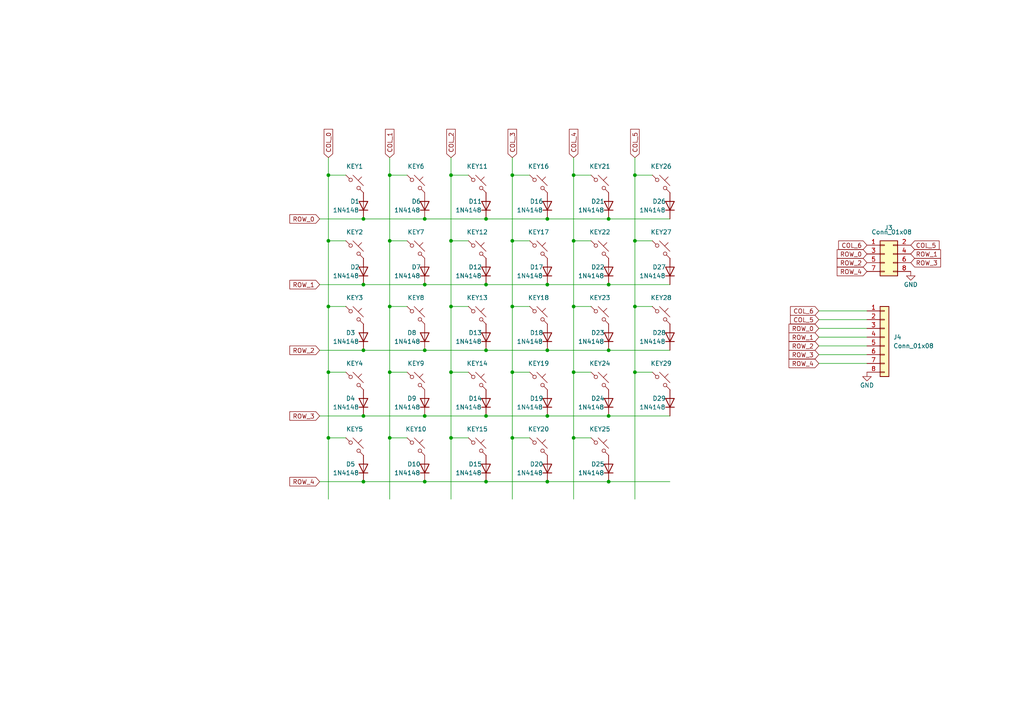
<source format=kicad_sch>
(kicad_sch (version 20211123) (generator eeschema)
  (paper "A4")
  (lib_symbols
    (symbol "Connector_Generic:Conn_01x08" (pin_names (offset 1.016) hide)
      (property "Reference" "J" (at 0 10.16 0))
      (property "Value" "Conn_01x08" (at 0 -12.7 0))
      (symbol "Conn_01x08_1_1"
        (rectangle (start -1.27 -10.033) (end 0 -10.287) (stroke (width 0.1524)))
        (rectangle (start -1.27 -7.493) (end 0 -7.747) (stroke (width 0.1524)))
        (rectangle (start -1.27 -4.953) (end 0 -5.207) (stroke (width 0.1524)))
        (rectangle (start -1.27 -2.413) (end 0 -2.667) (stroke (width 0.1524)))
        (rectangle (start -1.27 0.127) (end 0 -0.127) (stroke (width 0.1524)))
        (rectangle (start -1.27 2.667) (end 0 2.413) (stroke (width 0.1524)))
        (rectangle (start -1.27 5.207) (end 0 4.953) (stroke (width 0.1524)))
        (rectangle (start -1.27 7.747) (end 0 7.493) (stroke (width 0.1524)))
        (rectangle (start -1.27 8.89) (end 1.27 -11.43) (stroke (width 0.254)) (fill (type background)))
        (pin passive line (at -5.08 7.62 0) (length 3.81) (name "Pin_1") (number "1"))
        (pin passive line (at -5.08 5.08 0) (length 3.81) (name "Pin_2") (number "2"))
        (pin passive line (at -5.08 2.54 0) (length 3.81) (name "Pin_3") (number "3"))
        (pin passive line (at -5.08 0 0) (length 3.81) (name "Pin_4") (number "4"))
        (pin passive line (at -5.08 -2.54 0) (length 3.81) (name "Pin_5") (number "5"))
        (pin passive line (at -5.08 -5.08 0) (length 3.81) (name "Pin_6") (number "6"))
        (pin passive line (at -5.08 -7.62 0) (length 3.81) (name "Pin_7") (number "7"))
        (pin passive line (at -5.08 -10.16 0) (length 3.81) (name "Pin_8") (number "8"))
      )
    )
    (symbol "Connector_Generic:Conn_02x04_Odd_Even" (pin_names (offset 1.016) hide)
      (property "Reference" "J" (at 1.27 5.08 0))
      (property "Value" "Conn_02x04_Odd_Even" (at 1.27 -7.62 0))
      (symbol "Conn_02x04_Odd_Even_1_1"
        (rectangle (start -1.27 -4.953) (end 0 -5.207) (stroke (width 0.1524)))
        (rectangle (start -1.27 -2.413) (end 0 -2.667) (stroke (width 0.1524)))
        (rectangle (start -1.27 0.127) (end 0 -0.127) (stroke (width 0.1524)))
        (rectangle (start -1.27 2.667) (end 0 2.413) (stroke (width 0.1524)))
        (rectangle (start -1.27 3.81) (end 3.81 -6.35) (stroke (width 0.254)) (fill (type background)))
        (rectangle (start 3.81 -4.953) (end 2.54 -5.207) (stroke (width 0.1524)))
        (rectangle (start 3.81 -2.413) (end 2.54 -2.667) (stroke (width 0.1524)))
        (rectangle (start 3.81 0.127) (end 2.54 -0.127) (stroke (width 0.1524)))
        (rectangle (start 3.81 2.667) (end 2.54 2.413) (stroke (width 0.1524)))
        (pin passive line (at -5.08 2.54 0) (length 3.81) (name "Pin_1") (number "1"))
        (pin passive line (at 7.62 2.54 180) (length 3.81) (name "Pin_2") (number "2"))
        (pin passive line (at -5.08 0 0) (length 3.81) (name "Pin_3") (number "3"))
        (pin passive line (at 7.62 0 180) (length 3.81) (name "Pin_4") (number "4"))
        (pin passive line (at -5.08 -2.54 0) (length 3.81) (name "Pin_5") (number "5"))
        (pin passive line (at 7.62 -2.54 180) (length 3.81) (name "Pin_6") (number "6"))
        (pin passive line (at -5.08 -5.08 0) (length 3.81) (name "Pin_7") (number "7"))
        (pin passive line (at 7.62 -5.08 180) (length 3.81) (name "Pin_8") (number "8"))
      )
    )
    (symbol "Diode:1N4148" (pin_numbers hide) (pin_names (offset 1.016) hide)
      (property "Reference" "D" (at 0 2.54 0))
      (property "Value" "1N4148" (at 0 -2.54 0))
      (symbol "1N4148_0_1"
        (polyline (pts (xy -1.27 1.27) (xy -1.27 -1.27)) (stroke (width 0.254)))
        (polyline (pts (xy 1.27 0) (xy -1.27 0)))
        (polyline (pts (xy 1.27 1.27) (xy 1.27 -1.27) (xy -1.27 0) (xy 1.27 1.27)) (stroke (width 0.254)))
      )
      (symbol "1N4148_1_1"
        (pin passive line (at -3.81 0 0) (length 2.54) (name "K") (number "1"))
        (pin passive line (at 3.81 0 180) (length 2.54) (name "A") (number "2"))
      )
    )
    (symbol "Switch:SW_Push_45deg" (pin_numbers hide) (pin_names (offset 1.016) hide)
      (property "Reference" "SW" (at 3.048 1.016 0))
      (property "Value" "SW_Push_45deg" (at 0 -3.81 0))
      (symbol "SW_Push_45deg_0_1"
        (circle (center -1.1684 1.1684) (radius 0.508))
        (polyline (pts (xy -0.508 2.54) (xy 2.54 -0.508)))
        (polyline (pts (xy 1.016 1.016) (xy 2.032 2.032)))
        (polyline (pts (xy -2.54 2.54) (xy -1.524 1.524) (xy -1.524 1.524)))
        (polyline (pts (xy 1.524 -1.524) (xy 2.54 -2.54) (xy 2.54 -2.54) (xy 2.54 -2.54)))
        (circle (center 1.143 -1.1938) (radius 0.508))
        (pin passive line (at -2.54 2.54 0) (length 0) (name "1") (number "1"))
        (pin passive line (at 2.54 -2.54 180) (length 0) (name "2") (number "2"))
      )
    )
    (symbol "power:GND" (power) (pin_names (offset 0))
      (property "Value" "GND" (at 0 -3.81 0))
      (symbol "GND_0_1"
        (polyline (pts (xy 0 0) (xy 0 -1.27) (xy 1.27 -1.27) (xy 0 -2.54) (xy -1.27 -1.27) (xy 0 -1.27)))
      )
      (symbol "GND_1_1"
        (pin power_in line (at 0 0 270) (length 0) hide (name "GND") (number "1"))
      )
    )
  )
  (junction (at 105.41 82.55))
  (junction (at 148.59 107.95))
  (junction (at 130.81 107.95))
  (junction (at 123.19 63.5))
  (junction (at 123.19 139.7))
  (junction (at 95.25 107.95))
  (junction (at 140.97 101.6))
  (junction (at 130.81 127))
  (junction (at 113.03 88.9))
  (junction (at 123.19 101.6))
  (junction (at 158.75 63.5))
  (junction (at 105.41 139.7))
  (junction (at 113.03 127))
  (junction (at 158.75 82.55))
  (junction (at 140.97 139.7))
  (junction (at 148.59 50.8))
  (junction (at 166.37 127))
  (junction (at 105.41 63.5))
  (junction (at 184.15 107.95))
  (junction (at 176.53 120.65))
  (junction (at 123.19 120.65))
  (junction (at 166.37 88.9))
  (junction (at 184.15 50.8))
  (junction (at 105.41 120.65))
  (junction (at 105.41 101.6))
  (junction (at 184.15 88.9))
  (junction (at 113.03 107.95))
  (junction (at 95.25 88.9))
  (junction (at 140.97 120.65))
  (junction (at 176.53 139.7))
  (junction (at 113.03 69.85))
  (junction (at 158.75 120.65))
  (junction (at 158.75 139.7))
  (junction (at 113.03 50.8))
  (junction (at 158.75 101.6))
  (junction (at 130.81 69.85))
  (junction (at 148.59 69.85))
  (junction (at 95.25 50.8))
  (junction (at 176.53 101.6))
  (junction (at 176.53 63.5))
  (junction (at 140.97 63.5))
  (junction (at 148.59 127))
  (junction (at 166.37 50.8))
  (junction (at 95.25 69.85))
  (junction (at 140.97 82.55))
  (junction (at 148.59 88.9))
  (junction (at 130.81 88.9))
  (junction (at 176.53 82.55))
  (junction (at 184.15 69.85))
  (junction (at 123.19 82.55))
  (junction (at 166.37 107.95))
  (junction (at 166.37 69.85))
  (junction (at 130.81 50.8))
  (junction (at 95.25 127))
  (wire (pts (xy 166.37 50.8) (xy 166.37 69.85)))
  (wire (pts (xy 140.97 82.55) (xy 158.75 82.55)))
  (wire (pts (xy 113.03 69.85) (xy 118.11 69.85)))
  (wire (pts (xy 148.59 107.95) (xy 153.67 107.95)))
  (wire (pts (xy 130.81 69.85) (xy 130.81 88.9)))
  (wire (pts (xy 95.25 107.95) (xy 100.33 107.95)))
  (wire (pts (xy 166.37 50.8) (xy 171.45 50.8)))
  (wire (pts (xy 95.25 45.72) (xy 95.25 50.8)))
  (wire (pts (xy 176.53 82.55) (xy 194.31 82.55)))
  (wire (pts (xy 148.59 127) (xy 148.59 144.78)))
  (wire (pts (xy 130.81 127) (xy 135.89 127)))
  (wire (pts (xy 148.59 45.72) (xy 148.59 50.8)))
  (wire (pts (xy 95.25 69.85) (xy 100.33 69.85)))
  (wire (pts (xy 130.81 107.95) (xy 130.81 127)))
  (wire (pts (xy 184.15 69.85) (xy 189.23 69.85)))
  (wire (pts (xy 123.19 63.5) (xy 140.97 63.5)))
  (wire (pts (xy 184.15 107.95) (xy 184.15 144.78)))
  (wire (pts (xy 113.03 107.95) (xy 118.11 107.95)))
  (wire (pts (xy 176.53 63.5) (xy 194.31 63.5)))
  (wire (pts (xy 113.03 50.8) (xy 118.11 50.8)))
  (wire (pts (xy 105.41 120.65) (xy 123.19 120.65)))
  (wire (pts (xy 237.49 90.17) (xy 251.46 90.17)))
  (wire (pts (xy 92.71 82.55) (xy 105.41 82.55)))
  (wire (pts (xy 130.81 107.95) (xy 135.89 107.95)))
  (wire (pts (xy 92.71 101.6) (xy 105.41 101.6)))
  (wire (pts (xy 130.81 69.85) (xy 135.89 69.85)))
  (wire (pts (xy 95.25 50.8) (xy 100.33 50.8)))
  (wire (pts (xy 92.71 139.7) (xy 105.41 139.7)))
  (wire (pts (xy 148.59 50.8) (xy 153.67 50.8)))
  (wire (pts (xy 237.49 105.41) (xy 251.46 105.41)))
  (wire (pts (xy 95.25 88.9) (xy 95.25 107.95)))
  (wire (pts (xy 140.97 63.5) (xy 158.75 63.5)))
  (wire (pts (xy 166.37 88.9) (xy 166.37 107.95)))
  (wire (pts (xy 105.41 63.5) (xy 123.19 63.5)))
  (wire (pts (xy 123.19 120.65) (xy 140.97 120.65)))
  (wire (pts (xy 237.49 102.87) (xy 251.46 102.87)))
  (wire (pts (xy 130.81 127) (xy 130.81 144.78)))
  (wire (pts (xy 237.49 92.71) (xy 251.46 92.71)))
  (wire (pts (xy 148.59 69.85) (xy 148.59 88.9)))
  (wire (pts (xy 123.19 139.7) (xy 140.97 139.7)))
  (wire (pts (xy 130.81 88.9) (xy 130.81 107.95)))
  (wire (pts (xy 95.25 127) (xy 95.25 144.78)))
  (wire (pts (xy 92.71 120.65) (xy 105.41 120.65)))
  (wire (pts (xy 113.03 127) (xy 113.03 144.78)))
  (wire (pts (xy 140.97 101.6) (xy 158.75 101.6)))
  (wire (pts (xy 123.19 101.6) (xy 140.97 101.6)))
  (wire (pts (xy 148.59 127) (xy 153.67 127)))
  (wire (pts (xy 237.49 95.25) (xy 251.46 95.25)))
  (wire (pts (xy 148.59 50.8) (xy 148.59 69.85)))
  (wire (pts (xy 184.15 88.9) (xy 189.23 88.9)))
  (wire (pts (xy 130.81 50.8) (xy 130.81 69.85)))
  (wire (pts (xy 95.25 127) (xy 100.33 127)))
  (wire (pts (xy 237.49 100.33) (xy 251.46 100.33)))
  (wire (pts (xy 105.41 101.6) (xy 123.19 101.6)))
  (wire (pts (xy 176.53 101.6) (xy 194.31 101.6)))
  (wire (pts (xy 130.81 50.8) (xy 135.89 50.8)))
  (wire (pts (xy 176.53 139.7) (xy 194.31 139.7)))
  (wire (pts (xy 105.41 82.55) (xy 123.19 82.55)))
  (wire (pts (xy 140.97 139.7) (xy 158.75 139.7)))
  (wire (pts (xy 113.03 88.9) (xy 113.03 107.95)))
  (wire (pts (xy 158.75 63.5) (xy 176.53 63.5)))
  (wire (pts (xy 176.53 120.65) (xy 194.31 120.65)))
  (wire (pts (xy 95.25 50.8) (xy 95.25 69.85)))
  (wire (pts (xy 158.75 82.55) (xy 176.53 82.55)))
  (wire (pts (xy 158.75 120.65) (xy 176.53 120.65)))
  (wire (pts (xy 184.15 88.9) (xy 184.15 107.95)))
  (wire (pts (xy 166.37 107.95) (xy 166.37 127)))
  (wire (pts (xy 166.37 88.9) (xy 171.45 88.9)))
  (wire (pts (xy 148.59 88.9) (xy 148.59 107.95)))
  (wire (pts (xy 130.81 88.9) (xy 135.89 88.9)))
  (wire (pts (xy 184.15 50.8) (xy 184.15 69.85)))
  (wire (pts (xy 140.97 120.65) (xy 158.75 120.65)))
  (wire (pts (xy 158.75 101.6) (xy 176.53 101.6)))
  (wire (pts (xy 105.41 139.7) (xy 123.19 139.7)))
  (wire (pts (xy 184.15 107.95) (xy 189.23 107.95)))
  (wire (pts (xy 113.03 107.95) (xy 113.03 127)))
  (wire (pts (xy 148.59 107.95) (xy 148.59 127)))
  (wire (pts (xy 123.19 82.55) (xy 140.97 82.55)))
  (wire (pts (xy 148.59 69.85) (xy 153.67 69.85)))
  (wire (pts (xy 113.03 127) (xy 118.11 127)))
  (wire (pts (xy 95.25 88.9) (xy 100.33 88.9)))
  (wire (pts (xy 166.37 69.85) (xy 171.45 69.85)))
  (wire (pts (xy 184.15 50.8) (xy 189.23 50.8)))
  (wire (pts (xy 166.37 127) (xy 171.45 127)))
  (wire (pts (xy 92.71 63.5) (xy 105.41 63.5)))
  (wire (pts (xy 113.03 50.8) (xy 113.03 69.85)))
  (wire (pts (xy 113.03 69.85) (xy 113.03 88.9)))
  (wire (pts (xy 148.59 88.9) (xy 153.67 88.9)))
  (wire (pts (xy 184.15 45.72) (xy 184.15 50.8)))
  (wire (pts (xy 184.15 69.85) (xy 184.15 88.9)))
  (wire (pts (xy 166.37 45.72) (xy 166.37 50.8)))
  (wire (pts (xy 158.75 139.7) (xy 176.53 139.7)))
  (wire (pts (xy 95.25 69.85) (xy 95.25 88.9)))
  (wire (pts (xy 95.25 107.95) (xy 95.25 127)))
  (wire (pts (xy 166.37 69.85) (xy 166.37 88.9)))
  (wire (pts (xy 166.37 127) (xy 166.37 144.78)))
  (wire (pts (xy 113.03 45.72) (xy 113.03 50.8)))
  (wire (pts (xy 113.03 88.9) (xy 118.11 88.9)))
  (wire (pts (xy 166.37 107.95) (xy 171.45 107.95)))
  (wire (pts (xy 130.81 45.72) (xy 130.81 50.8)))
  (wire (pts (xy 237.49 97.79) (xy 251.46 97.79)))
  (global_label "ROW_4" (shape input) (at 92.71 139.7 180) (property "Intersheet References" "${INTERSHEET_REFS}" (effects hide)))
  (global_label "ROW_3" (shape input) (at 264.16 76.2 0) (property "Intersheet References" "${INTERSHEET_REFS}" (effects hide)))
  (global_label "ROW_4" (shape input) (at 251.46 78.74 180) (property "Intersheet References" "${INTERSHEET_REFS}" (effects hide)))
  (global_label "COL_6" (shape input) (at 251.46 71.12 180) (property "Intersheet References" "${INTERSHEET_REFS}" (effects hide)))
  (global_label "ROW_0" (shape input) (at 251.46 73.66 180) (property "Intersheet References" "${INTERSHEET_REFS}" (effects hide)))
  (global_label "ROW_2" (shape input) (at 251.46 76.2 180) (property "Intersheet References" "${INTERSHEET_REFS}" (effects hide)))
  (global_label "ROW_2" (shape input) (at 237.49 100.33 180) (property "Intersheet References" "${INTERSHEET_REFS}" (effects hide)))
  (global_label "ROW_3" (shape input) (at 92.71 120.65 180) (property "Intersheet References" "${INTERSHEET_REFS}" (effects hide)))
  (global_label "COL_1" (shape input) (at 113.03 45.72 90) (property "Intersheet References" "${INTERSHEET_REFS}" (effects hide)))
  (global_label "COL_3" (shape input) (at 148.59 45.72 90) (property "Intersheet References" "${INTERSHEET_REFS}" (effects hide)))
  (global_label "ROW_0" (shape input) (at 92.71 63.5 180) (property "Intersheet References" "${INTERSHEET_REFS}" (effects hide)))
  (global_label "COL_4" (shape input) (at 166.37 45.72 90) (property "Intersheet References" "${INTERSHEET_REFS}" (effects hide)))
  (global_label "COL_5" (shape input) (at 264.16 71.12 0) (property "Intersheet References" "${INTERSHEET_REFS}" (effects hide)))
  (global_label "ROW_1" (shape input) (at 92.71 82.55 180) (property "Intersheet References" "${INTERSHEET_REFS}" (effects hide)))
  (global_label "COL_5" (shape input) (at 237.49 92.71 180) (property "Intersheet References" "${INTERSHEET_REFS}" (effects hide)))
  (global_label "COL_0" (shape input) (at 95.25 45.72 90) (property "Intersheet References" "${INTERSHEET_REFS}" (effects hide)))
  (global_label "COL_6" (shape input) (at 237.49 90.17 180) (property "Intersheet References" "${INTERSHEET_REFS}" (effects hide)))
  (global_label "ROW_3" (shape input) (at 237.49 102.87 180) (property "Intersheet References" "${INTERSHEET_REFS}" (effects hide)))
  (global_label "ROW_1" (shape input) (at 237.49 97.79 180) (property "Intersheet References" "${INTERSHEET_REFS}" (effects hide)))
  (global_label "COL_2" (shape input) (at 130.81 45.72 90) (property "Intersheet References" "${INTERSHEET_REFS}" (effects hide)))
  (global_label "COL_5" (shape input) (at 184.15 45.72 90) (property "Intersheet References" "${INTERSHEET_REFS}" (effects hide)))
  (global_label "ROW_0" (shape input) (at 237.49 95.25 180) (property "Intersheet References" "${INTERSHEET_REFS}" (effects hide)))
  (global_label "ROW_2" (shape input) (at 92.71 101.6 180) (property "Intersheet References" "${INTERSHEET_REFS}" (effects hide)))
  (global_label "ROW_1" (shape input) (at 264.16 73.66 0) (property "Intersheet References" "${INTERSHEET_REFS}" (effects hide)))
  (global_label "ROW_4" (shape input) (at 237.49 105.41 180) (property "Intersheet References" "${INTERSHEET_REFS}" (effects hide)))
  (symbol (lib_id "Diode:1N4148") (at 158.75 59.69 90) (unit 1)
    (property "Reference" "D16" (at 153.67 58.42 90) (effects (justify right)))
    (property "Value" "1N4148" (at 149.86 60.96 90) (effects (justify right)))
    (property "Footprint" "Diode_SMD:D_SOD-123" (effects hide))
    (property "Datasheet" "https://assets.nexperia.com/documents/data-sheet/1N4148_1N4448.pdf" (effects hide))
  )
  (symbol (lib_id "Diode:1N4148") (at 158.75 116.84 90) (unit 1)
    (property "Reference" "D19" (at 153.67 115.57 90) (effects (justify right)))
    (property "Value" "1N4148" (at 149.86 118.11 90) (effects (justify right)))
    (property "Footprint" "Diode_SMD:D_SOD-123" (effects hide))
    (property "Datasheet" "https://assets.nexperia.com/documents/data-sheet/1N4148_1N4448.pdf" (effects hide))
  )
  (symbol (lib_id "Switch:SW_Push_45deg") (at 191.77 91.44 0) (unit 1)
    (property "Reference" "KEY28" (at 191.77 86.36 0))
    (property "Value" "SW_Push_45deg" (effects hide))
    (property "Footprint" "key-switches:MX_switch_PTH_hotswap_A" (effects hide))
  )
  (symbol (lib_id "Diode:1N4148") (at 194.31 116.84 90) (unit 1)
    (property "Reference" "D29" (at 189.23 115.57 90) (effects (justify right)))
    (property "Value" "1N4148" (at 185.42 118.11 90) (effects (justify right)))
    (property "Footprint" "Diode_SMD:D_SOD-123" (effects hide))
    (property "Datasheet" "https://assets.nexperia.com/documents/data-sheet/1N4148_1N4448.pdf" (effects hide))
  )
  (symbol (lib_id "Switch:SW_Push_45deg") (at 102.87 129.54 0) (unit 1)
    (property "Reference" "KEY5" (at 102.87 124.46 0))
    (property "Value" "SW_Push_45deg" (effects hide))
    (property "Footprint" "key-switches:MX_switch_PTH_hotswap_A" (effects hide))
  )
  (symbol (lib_id "Switch:SW_Push_45deg") (at 156.21 91.44 0) (unit 1)
    (property "Reference" "KEY18" (at 156.21 86.36 0))
    (property "Value" "SW_Push_45deg" (effects hide))
    (property "Footprint" "key-switches:MX_switch_PTH_hotswap_A" (effects hide))
  )
  (symbol (lib_id "Diode:1N4148") (at 140.97 97.79 90) (unit 1)
    (property "Reference" "D13" (at 135.89 96.52 90) (effects (justify right)))
    (property "Value" "1N4148" (at 132.08 99.06 90) (effects (justify right)))
    (property "Footprint" "Diode_SMD:D_SOD-123" (effects hide))
    (property "Datasheet" "https://assets.nexperia.com/documents/data-sheet/1N4148_1N4448.pdf" (effects hide))
  )
  (symbol (lib_id "Switch:SW_Push_45deg") (at 173.99 110.49 0) (unit 1)
    (property "Reference" "KEY24" (at 173.99 105.41 0))
    (property "Value" "SW_Push_45deg" (effects hide))
    (property "Footprint" "key-switches:MX_switch_PTH_hotswap_A" (effects hide))
  )
  (symbol (lib_id "Diode:1N4148") (at 158.75 97.79 90) (unit 1)
    (property "Reference" "D18" (at 153.67 96.52 90) (effects (justify right)))
    (property "Value" "1N4148" (at 149.86 99.06 90) (effects (justify right)))
    (property "Footprint" "Diode_SMD:D_SOD-123" (effects hide))
    (property "Datasheet" "https://assets.nexperia.com/documents/data-sheet/1N4148_1N4448.pdf" (effects hide))
  )
  (symbol (lib_id "Switch:SW_Push_45deg") (at 138.43 110.49 0) (unit 1)
    (property "Reference" "KEY14" (at 138.43 105.41 0))
    (property "Value" "SW_Push_45deg" (effects hide))
    (property "Footprint" "key-switches:MX_switch_PTH_hotswap_A" (effects hide))
  )
  (symbol (lib_id "Switch:SW_Push_45deg") (at 102.87 91.44 0) (unit 1)
    (property "Reference" "KEY3" (at 102.87 86.36 0))
    (property "Value" "SW_Push_45deg" (effects hide))
    (property "Footprint" "key-switches:MX_switch_PTH_hotswap_A" (effects hide))
  )
  (symbol (lib_id "Diode:1N4148") (at 176.53 116.84 90) (unit 1)
    (property "Reference" "D24" (at 171.45 115.57 90) (effects (justify right)))
    (property "Value" "1N4148" (at 167.64 118.11 90) (effects (justify right)))
    (property "Footprint" "Diode_SMD:D_SOD-123" (effects hide))
    (property "Datasheet" "https://assets.nexperia.com/documents/data-sheet/1N4148_1N4448.pdf" (effects hide))
  )
  (symbol (lib_id "Diode:1N4148") (at 158.75 78.74 90) (unit 1)
    (property "Reference" "D17" (at 153.67 77.47 90) (effects (justify right)))
    (property "Value" "1N4148" (at 149.86 80.01 90) (effects (justify right)))
    (property "Footprint" "Diode_SMD:D_SOD-123" (effects hide))
    (property "Datasheet" "https://assets.nexperia.com/documents/data-sheet/1N4148_1N4448.pdf" (effects hide))
  )
  (symbol (lib_id "Switch:SW_Push_45deg") (at 138.43 129.54 0) (unit 1)
    (property "Reference" "KEY15" (at 138.43 124.46 0))
    (property "Value" "SW_Push_45deg" (effects hide))
    (property "Footprint" "key-switches:MX_switch_PTH_hotswap_A" (effects hide))
  )
  (symbol (lib_id "Switch:SW_Push_45deg") (at 138.43 72.39 0) (unit 1)
    (property "Reference" "KEY12" (at 138.43 67.31 0))
    (property "Value" "SW_Push_45deg" (effects hide))
    (property "Footprint" "key-switches:MX_switch_PTH_hotswap_A" (effects hide))
  )
  (symbol (lib_id "Diode:1N4148") (at 140.97 59.69 90) (unit 1)
    (property "Reference" "D11" (at 135.89 58.42 90) (effects (justify right)))
    (property "Value" "1N4148" (at 132.08 60.96 90) (effects (justify right)))
    (property "Footprint" "Diode_SMD:D_SOD-123" (effects hide))
    (property "Datasheet" "https://assets.nexperia.com/documents/data-sheet/1N4148_1N4448.pdf" (effects hide))
  )
  (symbol (lib_id "Diode:1N4148") (at 105.41 135.89 90) (unit 1)
    (property "Reference" "D5" (at 100.33 134.62 90) (effects (justify right)))
    (property "Value" "1N4148" (at 96.52 137.16 90) (effects (justify right)))
    (property "Footprint" "Diode_SMD:D_SOD-123" (effects hide))
    (property "Datasheet" "https://assets.nexperia.com/documents/data-sheet/1N4148_1N4448.pdf" (effects hide))
  )
  (symbol (lib_id "Diode:1N4148") (at 194.31 59.69 90) (unit 1)
    (property "Reference" "D26" (at 189.23 58.42 90) (effects (justify right)))
    (property "Value" "1N4148" (at 185.42 60.96 90) (effects (justify right)))
    (property "Footprint" "Diode_SMD:D_SOD-123" (effects hide))
    (property "Datasheet" "https://assets.nexperia.com/documents/data-sheet/1N4148_1N4448.pdf" (effects hide))
  )
  (symbol (lib_id "Switch:SW_Push_45deg") (at 102.87 110.49 0) (unit 1)
    (property "Reference" "KEY4" (at 102.87 105.41 0))
    (property "Value" "SW_Push_45deg" (effects hide))
    (property "Footprint" "key-switches:MX_switch_PTH_hotswap_A" (effects hide))
  )
  (symbol (lib_id "Diode:1N4148") (at 176.53 59.69 90) (unit 1)
    (property "Reference" "D21" (at 171.45 58.42 90) (effects (justify right)))
    (property "Value" "1N4148" (at 167.64 60.96 90) (effects (justify right)))
    (property "Footprint" "Diode_SMD:D_SOD-123" (effects hide))
    (property "Datasheet" "https://assets.nexperia.com/documents/data-sheet/1N4148_1N4448.pdf" (effects hide))
  )
  (symbol (lib_id "Switch:SW_Push_45deg") (at 156.21 110.49 0) (unit 1)
    (property "Reference" "KEY19" (at 156.21 105.41 0))
    (property "Value" "SW_Push_45deg" (effects hide))
    (property "Footprint" "key-switches:MX_switch_PTH_hotswap_A" (effects hide))
  )
  (symbol (lib_id "Diode:1N4148") (at 105.41 97.79 90) (unit 1)
    (property "Reference" "D3" (at 100.33 96.52 90) (effects (justify right)))
    (property "Value" "1N4148" (at 96.52 99.06 90) (effects (justify right)))
    (property "Footprint" "Diode_SMD:D_SOD-123" (effects hide))
    (property "Datasheet" "https://assets.nexperia.com/documents/data-sheet/1N4148_1N4448.pdf" (effects hide))
  )
  (symbol (lib_id "Switch:SW_Push_45deg") (at 138.43 53.34 0) (unit 1)
    (property "Reference" "KEY11" (at 138.43 48.26 0))
    (property "Value" "SW_Push_45deg" (effects hide))
    (property "Footprint" "key-switches:MX_switch_PTH_hotswap_A" (effects hide))
  )
  (symbol (lib_id "power:GND") (at 251.46 107.95 0) (unit 1)
    (property "Reference" "#PWR035" (effects hide))
    (property "Value" "GND" (at 251.46 111.76 0))
  )
  (symbol (lib_id "Diode:1N4148") (at 105.41 78.74 90) (unit 1)
    (property "Reference" "D2" (at 101.6 77.47 90) (effects (justify right)))
    (property "Value" "1N4148" (at 96.52 80.01 90) (effects (justify right)))
    (property "Footprint" "Diode_SMD:D_SOD-123" (effects hide))
    (property "Datasheet" "https://assets.nexperia.com/documents/data-sheet/1N4148_1N4448.pdf" (effects hide))
  )
  (symbol (lib_id "Diode:1N4148") (at 140.97 135.89 90) (unit 1)
    (property "Reference" "D15" (at 135.89 134.62 90) (effects (justify right)))
    (property "Value" "1N4148" (at 132.08 137.16 90) (effects (justify right)))
    (property "Footprint" "Diode_SMD:D_SOD-123" (effects hide))
    (property "Datasheet" "https://assets.nexperia.com/documents/data-sheet/1N4148_1N4448.pdf" (effects hide))
  )
  (symbol (lib_id "Switch:SW_Push_45deg") (at 173.99 129.54 0) (unit 1)
    (property "Reference" "KEY25" (at 173.99 124.46 0))
    (property "Value" "SW_Push_45deg" (effects hide))
    (property "Footprint" "key-switches:MX_switch_PTH_hotswap_A" (effects hide))
  )
  (symbol (lib_id "Switch:SW_Push_45deg") (at 173.99 72.39 0) (unit 1)
    (property "Reference" "KEY22" (at 173.99 67.31 0))
    (property "Value" "SW_Push_45deg" (effects hide))
    (property "Footprint" "key-switches:MX_switch_PTH_hotswap_A" (effects hide))
  )
  (symbol (lib_id "Diode:1N4148") (at 123.19 59.69 90) (unit 1)
    (property "Reference" "D6" (at 119.38 58.42 90) (effects (justify right)))
    (property "Value" "1N4148" (at 114.3 60.96 90) (effects (justify right)))
    (property "Footprint" "Diode_SMD:D_SOD-123" (effects hide))
    (property "Datasheet" "https://assets.nexperia.com/documents/data-sheet/1N4148_1N4448.pdf" (effects hide))
  )
  (symbol (lib_id "Switch:SW_Push_45deg") (at 138.43 91.44 0) (unit 1)
    (property "Reference" "KEY13" (at 138.43 86.36 0))
    (property "Value" "SW_Push_45deg" (effects hide))
    (property "Footprint" "key-switches:MX_switch_PTH_hotswap_A" (effects hide))
  )
  (symbol (lib_id "Connector_Generic:Conn_02x04_Odd_Even") (at 256.54 73.66 0) (unit 1)
    (property "Reference" "J3" (at 256.54 66.04 0) (effects (justify left)))
    (property "Value" "Conn_01x08" (at 252.73 67.31 0) (effects (justify left)))
    (property "Footprint" "Connector_PinSocket_2.00mm:PinSocket_2x04_P2.00mm_Vertical" (effects hide))
  )
  (symbol (lib_id "Diode:1N4148") (at 194.31 97.79 90) (unit 1)
    (property "Reference" "D28" (at 189.23 96.52 90) (effects (justify right)))
    (property "Value" "1N4148" (at 185.42 99.06 90) (effects (justify right)))
    (property "Footprint" "Diode_SMD:D_SOD-123" (effects hide))
    (property "Datasheet" "https://assets.nexperia.com/documents/data-sheet/1N4148_1N4448.pdf" (effects hide))
  )
  (symbol (lib_id "Connector_Generic:Conn_01x08") (at 256.54 97.79 0) (unit 1)
    (property "Reference" "J4" (at 259.08 97.7899 0) (effects (justify left)))
    (property "Value" "Conn_01x08" (at 259.08 100.3299 0) (effects (justify left)))
    (property "Footprint" "ErgoSNM_Keyboard:FPC_8P_1.0mm" (effects hide))
  )
  (symbol (lib_id "Diode:1N4148") (at 123.19 97.79 90) (unit 1)
    (property "Reference" "D8" (at 118.11 96.52 90) (effects (justify right)))
    (property "Value" "1N4148" (at 114.3 99.06 90) (effects (justify right)))
    (property "Footprint" "Diode_SMD:D_SOD-123" (effects hide))
    (property "Datasheet" "https://assets.nexperia.com/documents/data-sheet/1N4148_1N4448.pdf" (effects hide))
  )
  (symbol (lib_id "Switch:SW_Push_45deg") (at 102.87 72.39 0) (unit 1)
    (property "Reference" "KEY2" (at 102.87 67.31 0))
    (property "Value" "SW_Push_45deg" (effects hide))
    (property "Footprint" "key-switches:MX_switch_PTH_hotswap_A" (effects hide))
  )
  (symbol (lib_id "Switch:SW_Push_45deg") (at 156.21 53.34 0) (unit 1)
    (property "Reference" "KEY16" (at 156.21 48.26 0))
    (property "Value" "SW_Push_45deg" (effects hide))
    (property "Footprint" "key-switches:MX_switch_PTH_hotswap_A" (effects hide))
  )
  (symbol (lib_id "Diode:1N4148") (at 158.75 135.89 90) (unit 1)
    (property "Reference" "D20" (at 153.67 134.62 90) (effects (justify right)))
    (property "Value" "1N4148" (at 149.86 137.16 90) (effects (justify right)))
    (property "Footprint" "Diode_SMD:D_SOD-123" (effects hide))
    (property "Datasheet" "https://assets.nexperia.com/documents/data-sheet/1N4148_1N4448.pdf" (effects hide))
  )
  (symbol (lib_id "Diode:1N4148") (at 123.19 78.74 90) (unit 1)
    (property "Reference" "D7" (at 119.38 77.47 90) (effects (justify right)))
    (property "Value" "1N4148" (at 114.3 80.01 90) (effects (justify right)))
    (property "Footprint" "Diode_SMD:D_SOD-123" (effects hide))
    (property "Datasheet" "https://assets.nexperia.com/documents/data-sheet/1N4148_1N4448.pdf" (effects hide))
  )
  (symbol (lib_id "Switch:SW_Push_45deg") (at 120.65 91.44 0) (unit 1)
    (property "Reference" "KEY8" (at 120.65 86.36 0))
    (property "Value" "SW_Push_45deg" (effects hide))
    (property "Footprint" "key-switches:MX_switch_PTH_hotswap_A" (effects hide))
  )
  (symbol (lib_id "Switch:SW_Push_45deg") (at 191.77 110.49 0) (unit 1)
    (property "Reference" "KEY29" (at 191.77 105.41 0))
    (property "Value" "SW_Push_45deg" (effects hide))
    (property "Footprint" "key-switches:MX_switch_PTH_hotswap_A" (effects hide))
  )
  (symbol (lib_id "Switch:SW_Push_45deg") (at 191.77 72.39 0) (unit 1)
    (property "Reference" "KEY27" (at 191.77 67.31 0))
    (property "Value" "SW_Push_45deg" (effects hide))
    (property "Footprint" "key-switches:MX_switch_PTH_hotswap_A" (effects hide))
  )
  (symbol (lib_id "Switch:SW_Push_45deg") (at 102.87 53.34 0) (unit 1)
    (property "Reference" "KEY1" (at 102.87 48.26 0))
    (property "Value" "SW_Push_45deg" (effects hide))
    (property "Footprint" "key-switches:MX_switch_PTH_hotswap_A" (effects hide))
  )
  (symbol (lib_id "power:GND") (at 264.16 78.74 0) (unit 1)
    (property "Reference" "#PWR036" (effects hide))
    (property "Value" "GND" (at 264.16 82.55 0))
  )
  (symbol (lib_id "Diode:1N4148") (at 140.97 78.74 90) (unit 1)
    (property "Reference" "D12" (at 135.89 77.47 90) (effects (justify right)))
    (property "Value" "1N4148" (at 132.08 80.01 90) (effects (justify right)))
    (property "Footprint" "Diode_SMD:D_SOD-123" (effects hide))
    (property "Datasheet" "https://assets.nexperia.com/documents/data-sheet/1N4148_1N4448.pdf" (effects hide))
  )
  (symbol (lib_id "Diode:1N4148") (at 194.31 78.74 90) (unit 1)
    (property "Reference" "D27" (at 189.23 77.47 90) (effects (justify right)))
    (property "Value" "1N4148" (at 185.42 80.01 90) (effects (justify right)))
    (property "Footprint" "Diode_SMD:D_SOD-123" (effects hide))
    (property "Datasheet" "https://assets.nexperia.com/documents/data-sheet/1N4148_1N4448.pdf" (effects hide))
  )
  (symbol (lib_id "Diode:1N4148") (at 176.53 135.89 90) (unit 1)
    (property "Reference" "D25" (at 171.45 134.62 90) (effects (justify right)))
    (property "Value" "1N4148" (at 167.64 137.16 90) (effects (justify right)))
    (property "Footprint" "Diode_SMD:D_SOD-123" (effects hide))
    (property "Datasheet" "https://assets.nexperia.com/documents/data-sheet/1N4148_1N4448.pdf" (effects hide))
  )
  (symbol (lib_id "Diode:1N4148") (at 176.53 97.79 90) (unit 1)
    (property "Reference" "D23" (at 171.45 96.52 90) (effects (justify right)))
    (property "Value" "1N4148" (at 167.64 99.06 90) (effects (justify right)))
    (property "Footprint" "Diode_SMD:D_SOD-123" (effects hide))
    (property "Datasheet" "https://assets.nexperia.com/documents/data-sheet/1N4148_1N4448.pdf" (effects hide))
  )
  (symbol (lib_id "Switch:SW_Push_45deg") (at 156.21 72.39 0) (unit 1)
    (property "Reference" "KEY17" (at 156.21 67.31 0))
    (property "Value" "SW_Push_45deg" (effects hide))
    (property "Footprint" "key-switches:MX_switch_PTH_hotswap_A" (effects hide))
  )
  (symbol (lib_id "Switch:SW_Push_45deg") (at 120.65 72.39 0) (unit 1)
    (property "Reference" "KEY7" (at 120.65 67.31 0))
    (property "Value" "SW_Push_45deg" (effects hide))
    (property "Footprint" "key-switches:MX_switch_PTH_hotswap_A" (effects hide))
  )
  (symbol (lib_id "Switch:SW_Push_45deg") (at 173.99 91.44 0) (unit 1)
    (property "Reference" "KEY23" (at 173.99 86.36 0))
    (property "Value" "SW_Push_45deg" (effects hide))
    (property "Footprint" "key-switches:MX_switch_PTH_hotswap_A" (effects hide))
  )
  (symbol (lib_id "Diode:1N4148") (at 105.41 116.84 90) (unit 1)
    (property "Reference" "D4" (at 100.33 115.57 90) (effects (justify right)))
    (property "Value" "1N4148" (at 96.52 118.11 90) (effects (justify right)))
    (property "Footprint" "Diode_SMD:D_SOD-123" (effects hide))
    (property "Datasheet" "https://assets.nexperia.com/documents/data-sheet/1N4148_1N4448.pdf" (effects hide))
  )
  (symbol (lib_id "Switch:SW_Push_45deg") (at 120.65 110.49 0) (unit 1)
    (property "Reference" "KEY9" (at 120.65 105.41 0))
    (property "Value" "SW_Push_45deg" (effects hide))
    (property "Footprint" "key-switches:MX_switch_PTH_hotswap_A" (effects hide))
  )
  (symbol (lib_id "Diode:1N4148") (at 123.19 135.89 90) (unit 1)
    (property "Reference" "D10" (at 118.11 134.62 90) (effects (justify right)))
    (property "Value" "1N4148" (at 114.3 137.16 90) (effects (justify right)))
    (property "Footprint" "Diode_SMD:D_SOD-123" (effects hide))
    (property "Datasheet" "https://assets.nexperia.com/documents/data-sheet/1N4148_1N4448.pdf" (effects hide))
  )
  (symbol (lib_id "Diode:1N4148") (at 176.53 78.74 90) (unit 1)
    (property "Reference" "D22" (at 171.45 77.47 90) (effects (justify right)))
    (property "Value" "1N4148" (at 167.64 80.01 90) (effects (justify right)))
    (property "Footprint" "Diode_SMD:D_SOD-123" (effects hide))
    (property "Datasheet" "https://assets.nexperia.com/documents/data-sheet/1N4148_1N4448.pdf" (effects hide))
  )
  (symbol (lib_id "Diode:1N4148") (at 123.19 116.84 90) (unit 1)
    (property "Reference" "D9" (at 118.11 115.57 90) (effects (justify right)))
    (property "Value" "1N4148" (at 114.3 118.11 90) (effects (justify right)))
    (property "Footprint" "Diode_SMD:D_SOD-123" (effects hide))
    (property "Datasheet" "https://assets.nexperia.com/documents/data-sheet/1N4148_1N4448.pdf" (effects hide))
  )
  (symbol (lib_id "Switch:SW_Push_45deg") (at 156.21 129.54 0) (unit 1)
    (property "Reference" "KEY20" (at 156.21 124.46 0))
    (property "Value" "SW_Push_45deg" (effects hide))
    (property "Footprint" "key-switches:MX_switch_PTH_hotswap_A" (effects hide))
  )
  (symbol (lib_id "Diode:1N4148") (at 105.41 59.69 90) (unit 1)
    (property "Reference" "D1" (at 101.6 58.42 90) (effects (justify right)))
    (property "Value" "1N4148" (at 96.52 60.96 90) (effects (justify right)))
    (property "Footprint" "Diode_SMD:D_SOD-123" (effects hide))
    (property "Datasheet" "https://assets.nexperia.com/documents/data-sheet/1N4148_1N4448.pdf" (effects hide))
  )
  (symbol (lib_id "Switch:SW_Push_45deg") (at 120.65 53.34 0) (unit 1)
    (property "Reference" "KEY6" (at 120.65 48.26 0))
    (property "Value" "SW_Push_45deg" (effects hide))
    (property "Footprint" "key-switches:MX_switch_PTH_hotswap_A" (effects hide))
  )
  (symbol (lib_id "Switch:SW_Push_45deg") (at 120.65 129.54 0) (unit 1)
    (property "Reference" "KEY10" (at 120.65 124.46 0))
    (property "Value" "SW_Push_45deg" (effects hide))
    (property "Footprint" "key-switches:MX_switch_PTH_hotswap_A" (effects hide))
  )
  (symbol (lib_id "Switch:SW_Push_45deg") (at 173.99 53.34 0) (unit 1)
    (property "Reference" "KEY21" (at 173.99 48.26 0))
    (property "Value" "SW_Push_45deg" (effects hide))
    (property "Footprint" "key-switches:MX_switch_PTH_hotswap_A" (effects hide))
  )
  (symbol (lib_id "Switch:SW_Push_45deg") (at 191.77 53.34 0) (unit 1)
    (property "Reference" "KEY26" (at 191.77 48.26 0))
    (property "Value" "SW_Push_45deg" (effects hide))
    (property "Footprint" "key-switches:MX_switch_PTH_hotswap_A" (effects hide))
  )
  (symbol (lib_id "Diode:1N4148") (at 140.97 116.84 90) (unit 1)
    (property "Reference" "D14" (at 135.89 115.57 90) (effects (justify right)))
    (property "Value" "1N4148" (at 132.08 118.11 90) (effects (justify right)))
    (property "Footprint" "Diode_SMD:D_SOD-123" (effects hide))
    (property "Datasheet" "https://assets.nexperia.com/documents/data-sheet/1N4148_1N4448.pdf" (effects hide))
  )
)
</source>
